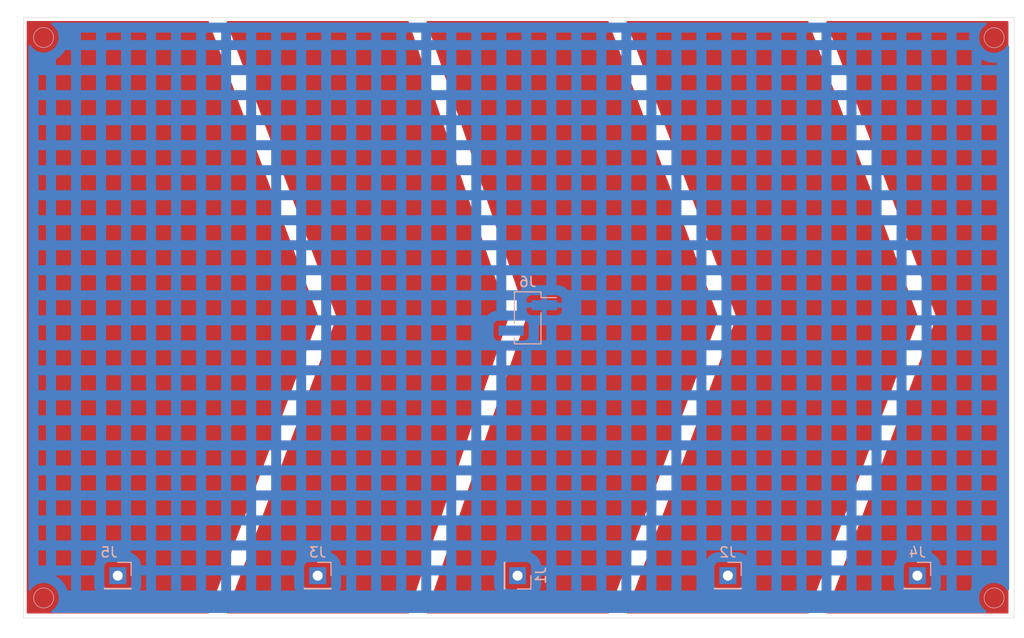
<source format=kicad_pcb>
(kicad_pcb (version 20240108) (generator "pcbnew") (generator_version "8.0")
  (layers (0 "F.Cu" signal) (31 "B.Cu" signal) (34 "B.Paste" user) (35 "F.Paste" user) (36 "B.SilkS" user "B.Silkscreen") (37 "F.SilkS" user "F.Silkscreen") (38 "B.Mask" user) (39 "F.Mask" user) (44 "Edge.Cuts" user))
  (net 0 "")
  (net 1 "GND")
  (net 2 "GPIO4_T")
  (net 3 "GPIO33")
  (net 4 "GPIO27")
  (net 5 "GPIO2")
  (net 6 "GPIO32")
  (footprint "Connector_PinHeader_2.54mm:PinHeader_1x01_P2.54mm_Vertical" (layer "B.Cu") (at 175.755 122.54 90)
    (property "Reference" "J1" (at 0 2.33 90) (layer "B.SilkS") (effects (justify mirror)))
    (property "Value" "Conn_01x01_Pin")
    (fp_line (start 1.33 -1.33) (end -1.33 -1.33) (stroke (width 0.12)) (layer "B.SilkS"))
    (fp_line (start 1.33 -1.33) (end 1.33 -1.27) (stroke (width 0.12)) (layer "B.SilkS"))
    (fp_line (start -1.33 -1.33) (end -1.33 -1.27) (stroke (width 0.12)) (layer "B.SilkS"))
    (fp_line (start 1.33 -1.27) (end -1.33 -1.27) (stroke (width 0.12)) (layer "B.SilkS"))
    (fp_line (start 0 1.33) (end -1.33 1.33) (stroke (width 0.12)) (layer "B.SilkS"))
    (fp_line (start -1.33 1.33) (end -1.33 0) (stroke (width 0.12)) (layer "B.SilkS"))
    (pad "1" thru_hole rect (at 0 0 90) (size 1.7 1.7) (drill 1) (layers "*.Cu" "*.Mask") (net 2 "GPIO4_T"))
  )
  (footprint "Connector_PinHeader_2.54mm:PinHeader_1x01_P2.54mm_Vertical" (layer "B.Cu") (at 196.77 122.54 180)
    (property "Reference" "J2" (at 0 2.33 0) (layer "B.SilkS") (effects (justify mirror)))
    (property "Value" "Conn_01x01_Pin")
    (fp_line (start 1.33 -1.27) (end -1.33 -1.27) (stroke (width 0.12)) (layer "B.SilkS"))
    (fp_line (start 1.33 -1.33) (end 1.33 -1.27) (stroke (width 0.12)) (layer "B.SilkS"))
    (fp_line (start 1.33 -1.33) (end -1.33 -1.33) (stroke (width 0.12)) (layer "B.SilkS"))
    (fp_line (start 0 1.33) (end -1.33 1.33) (stroke (width 0.12)) (layer "B.SilkS"))
    (fp_line (start -1.33 1.33) (end -1.33 0) (stroke (width 0.12)) (layer "B.SilkS"))
    (fp_line (start -1.33 -1.33) (end -1.33 -1.27) (stroke (width 0.12)) (layer "B.SilkS"))
    (pad "1" thru_hole rect (at 0 0 180) (size 1.7 1.7) (drill 1) (layers "*.Cu" "*.Mask") (net 3 "GPIO33"))
  )
  (footprint "Connector_PinHeader_2.54mm:PinHeader_1x01_P2.54mm_Vertical" (layer "B.Cu") (at 155.7775 122.54 180)
    (property "Reference" "J3" (at 0 2.33 0) (layer "B.SilkS") (effects (justify mirror)))
    (property "Value" "Conn_01x01_Pin")
    (fp_line (start 1.33 -1.27) (end -1.33 -1.27) (stroke (width 0.12)) (layer "B.SilkS"))
    (fp_line (start 1.33 -1.33) (end 1.33 -1.27) (stroke (width 0.12)) (layer "B.SilkS"))
    (fp_line (start 1.33 -1.33) (end -1.33 -1.33) (stroke (width 0.12)) (layer "B.SilkS"))
    (fp_line (start 0 1.33) (end -1.33 1.33) (stroke (width 0.12)) (layer "B.SilkS"))
    (fp_line (start -1.33 1.33) (end -1.33 0) (stroke (width 0.12)) (layer "B.SilkS"))
    (fp_line (start -1.33 -1.33) (end -1.33 -1.27) (stroke (width 0.12)) (layer "B.SilkS"))
    (pad "1" thru_hole rect (at 0 0 180) (size 1.7 1.7) (drill 1) (layers "*.Cu" "*.Mask") (net 6 "GPIO32"))
  )
  (footprint "Connector_PinHeader_2.54mm:PinHeader_1x02_P2.54mm_Vertical_SMD_Pin1Left" (layer "B.Cu") (at 176.76625 96.78 180)
    (property "Reference" "J6" (at 0 3.6 0) (layer "B.SilkS") (effects (justify mirror)))
    (property "Value" "Conn_01x01_Pin")
    (fp_line (start 1.33 2.6) (end -1.33 2.6) (stroke (width 0.12)) (layer "B.SilkS"))
    (fp_line (start 1.33 -0.51) (end 1.33 2.6) (stroke (width 0.12)) (layer "B.SilkS"))
    (fp_line (start 1.33 -2.6) (end 1.33 -2.03) (stroke (width 0.12)) (layer "B.SilkS"))
    (fp_line (start 1.33 -2.6) (end -1.33 -2.6) (stroke (width 0.12)) (layer "B.SilkS"))
    (fp_line (start -1.33 2.03) (end -1.33 2.6) (stroke (width 0.12)) (layer "B.SilkS"))
    (fp_line (start -1.33 -2.6) (end -1.33 0.51) (stroke (width 0.12)) (layer "B.SilkS"))
    (fp_line (start -2.85 2.03) (end -1.33 2.03) (stroke (width 0.12)) (layer "B.SilkS"))
    (pad "1" smd rect (at -1.655 1.27 180) (size 2.51 1) (layers "B.Cu" "B.Paste" "B.Mask") (net 1 "GND"))
    (pad "2" smd rect (at 1.655 -1.27 180) (size 2.51 1) (layers "B.Cu" "B.Paste" "B.Mask"))
  )
  (footprint "Connector_PinHeader_2.54mm:PinHeader_1x01_P2.54mm_Vertical" (layer "B.Cu") (at 215.71 122.54 180)
    (property "Reference" "J4" (at 0 2.33 0) (layer "B.SilkS") (effects (justify mirror)))
    (property "Value" "Conn_01x01_Pin")
    (fp_line (start 1.33 -1.27) (end -1.33 -1.27) (stroke (width 0.12)) (layer "B.SilkS"))
    (fp_line (start 1.33 -1.33) (end 1.33 -1.27) (stroke (width 0.12)) (layer "B.SilkS"))
    (fp_line (start 1.33 -1.33) (end -1.33 -1.33) (stroke (width 0.12)) (layer "B.SilkS"))
    (fp_line (start 0 1.33) (end -1.33 1.33) (stroke (width 0.12)) (layer "B.SilkS"))
    (fp_line (start -1.33 1.33) (end -1.33 0) (stroke (width 0.12)) (layer "B.SilkS"))
    (fp_line (start -1.33 -1.33) (end -1.33 -1.27) (stroke (width 0.12)) (layer "B.SilkS"))
    (pad "1" thru_hole rect (at 0 0 180) (size 1.7 1.7) (drill 1) (layers "*.Cu" "*.Mask") (net 4 "GPIO27"))
  )
  (footprint "Connector_PinHeader_2.54mm:PinHeader_1x01_P2.54mm_Vertical" (layer "B.Cu") (at 135.8 122.54 180)
    (property "Reference" "J5" (at 0.87 2.33 0) (layer "B.SilkS") (effects (justify mirror)))
    (property "Value" "Conn_01x01_Pin")
    (fp_line (start 1.33 -1.27) (end -1.33 -1.27) (stroke (width 0.12)) (layer "B.SilkS"))
    (fp_line (start 1.33 -1.33) (end 1.33 -1.27) (stroke (width 0.12)) (layer "B.SilkS"))
    (fp_line (start 1.33 -1.33) (end -1.33 -1.33) (stroke (width 0.12)) (layer "B.SilkS"))
    (fp_line (start 0 1.33) (end -1.33 1.33) (stroke (width 0.12)) (layer "B.SilkS"))
    (fp_line (start -1.33 1.33) (end -1.33 0) (stroke (width 0.12)) (layer "B.SilkS"))
    (fp_line (start -1.33 -1.33) (end -1.33 -1.27) (stroke (width 0.12)) (layer "B.SilkS"))
    (pad "1" thru_hole rect (at 0 0 180) (size 1.7 1.7) (drill 1) (layers "*.Cu" "*.Mask") (net 5 "GPIO2"))
  )
  (gr_poly (pts (xy 184.755 126.22) (xy 195.7325 96.785) (xy 184.755 67.21)) (stroke (width 0.2)) (fill solid) (layer "F.Cu") (net 2))
  (gr_poly (pts (xy 164.7775 126.22) (xy 174.76625 96.75) (xy 164.7775 67.21)) (stroke (width 0.2)) (fill solid) (layer "F.Cu") (net 6))
  (gr_rect (start 126.8 67.21) (end 144.8 126.22) (stroke (width 0.2)) (fill solid) (layer "F.Cu") (net 5))
  (gr_line (start 186.7325 96.885) (end 184.755 96.815) (stroke (width 0.2)) (layer "F.Cu") (net 2))
  (gr_poly (pts (xy 204.7325 67.21) (xy 204.7325 126.22) (xy 215.71 96.785)) (stroke (width 0.2)) (fill solid) (layer "F.Cu") (net 3))
  (gr_line (start 126.8 96.715) (end 146.7775 96.745) (stroke (width 0.2)) (layer "F.Cu") (net 5))
  (gr_poly (pts (xy 146.7775 67.21) (xy 157.7775 96.715) (xy 146.7775 126.22) (xy 164.7775 126.22) (xy 164.7775 67.21)) (stroke (width 0.2)) (fill solid) (layer "F.Cu") (net 6))
  (gr_poly (pts (xy 144.8 126.22) (xy 155.7775 96.745) (xy 144.8 67.21)) (stroke (width 0.2)) (fill solid) (layer "F.Cu") (net 5))
  (gr_poly (pts (xy 186.7325 67.21) (xy 197.7325 96.715) (xy 186.7325 126.22) (xy 204.7325 126.22) (xy 204.7325 67.21)) (stroke (width 0.2)) (fill solid) (layer "F.Cu") (net 3))
  (gr_poly (pts (xy 206.71 67.21) (xy 217.71 96.715) (xy 206.71 126.22) (xy 224.71 126.22) (xy 224.71 67.21)) (stroke (width 0.2)) (fill solid) (layer "F.Cu") (net 4))
  (gr_poly (pts (xy 166.755 67.21) (xy 176.76625 96.68) (xy 166.755 126.22) (xy 184.755 126.22) (xy 184.755 67.21)) (stroke (width 0.2)) (fill solid) (layer "F.Cu") (net 2))
  (gr_circle (center 128.38 68.76) (end 129.38 68.76) (stroke (width 0.05)) (fill none) (layer "Edge.Cuts"))
  (gr_rect (start 126.38 66.77) (end 225.38 126.77) (stroke (width 0.05)) (fill none) (layer "Edge.Cuts"))
  (gr_circle (center 223.38 124.77) (end 222.38 124.77) (stroke (width 0.05)) (fill none) (layer "Edge.Cuts"))
  (gr_circle (center 223.38 68.78) (end 223.38 69.78) (stroke (width 0.05)) (fill none) (layer "Edge.Cuts"))
  (gr_circle (center 128.39 124.77) (end 128.39 123.77) (stroke (width 0.05)) (fill none) (layer "Edge.Cuts"))
  (zone (net 1) (net_name "GND") (layer "B.Cu") (connect_pads (clearance 0.5)) (min_thickness 0.25) (fill yes (mode hatch) (thermal_gap 0.5) (thermal_bridge_width 0.5) (hatch_thickness 1) (hatch_gap 1.5) (hatch_orientation 0) (hatch_border_algorithm hatch_thickness) (hatch_min_hole_area 0.3))
    (polygon (pts (xy 226.37 66.02) (xy 226.37 127.31) (xy 225.17 128.51) (xy 126.15 128.51) (xy 124.03 126.39) (xy 124.03 65.01) (xy 125.04 66.02)))
  )
)
</source>
